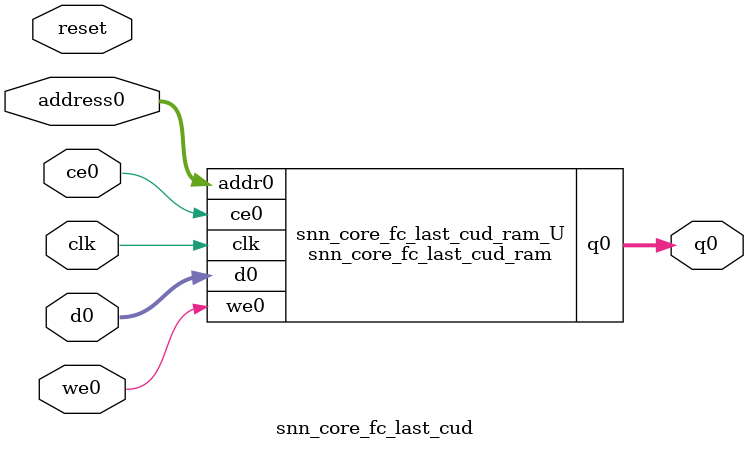
<source format=v>
`timescale 1 ns / 1 ps
module snn_core_fc_last_cud_ram (addr0, ce0, d0, we0, q0,  clk);

parameter DWIDTH = 32;
parameter AWIDTH = 4;
parameter MEM_SIZE = 10;

input[AWIDTH-1:0] addr0;
input ce0;
input[DWIDTH-1:0] d0;
input we0;
output reg[DWIDTH-1:0] q0;
input clk;

(* ram_style = "distributed" *)reg [DWIDTH-1:0] ram[0:MEM_SIZE-1];




always @(posedge clk)  
begin 
    if (ce0) begin
        if (we0) 
            ram[addr0] <= d0; 
        q0 <= ram[addr0];
    end
end


endmodule

`timescale 1 ns / 1 ps
module snn_core_fc_last_cud(
    reset,
    clk,
    address0,
    ce0,
    we0,
    d0,
    q0);

parameter DataWidth = 32'd32;
parameter AddressRange = 32'd10;
parameter AddressWidth = 32'd4;
input reset;
input clk;
input[AddressWidth - 1:0] address0;
input ce0;
input we0;
input[DataWidth - 1:0] d0;
output[DataWidth - 1:0] q0;



snn_core_fc_last_cud_ram snn_core_fc_last_cud_ram_U(
    .clk( clk ),
    .addr0( address0 ),
    .ce0( ce0 ),
    .we0( we0 ),
    .d0( d0 ),
    .q0( q0 ));

endmodule


</source>
